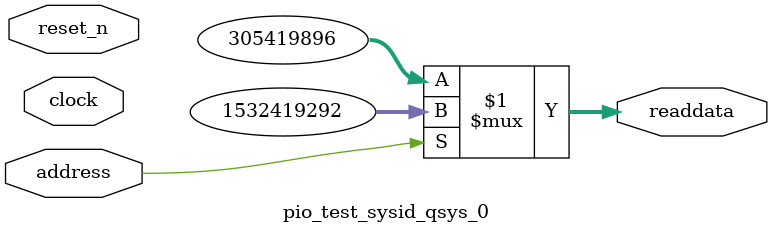
<source format=v>



// synthesis translate_off
`timescale 1ns / 1ps
// synthesis translate_on

// turn off superfluous verilog processor warnings 
// altera message_level Level1 
// altera message_off 10034 10035 10036 10037 10230 10240 10030 

module pio_test_sysid_qsys_0 (
               // inputs:
                address,
                clock,
                reset_n,

               // outputs:
                readdata
             )
;

  output  [ 31: 0] readdata;
  input            address;
  input            clock;
  input            reset_n;

  wire    [ 31: 0] readdata;
  //control_slave, which is an e_avalon_slave
  assign readdata = address ? 1532419292 : 305419896;

endmodule



</source>
